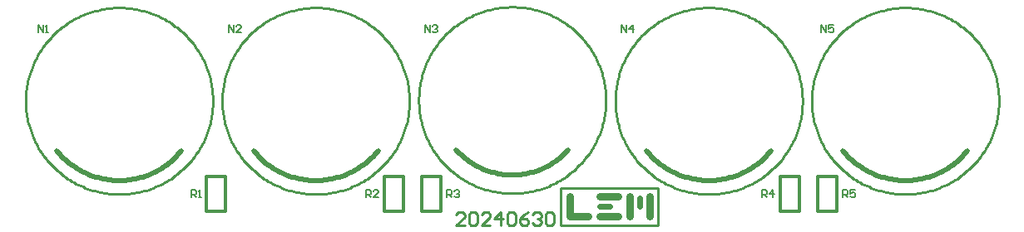
<source format=gto>
G04*
G04 #@! TF.GenerationSoftware,Altium Limited,Altium Designer,20.0.2 (26)*
G04*
G04 Layer_Color=65535*
%FSLAX25Y25*%
%MOIN*%
G70*
G01*
G75*
%ADD10C,0.01000*%
%ADD11C,0.02000*%
%ADD12C,0.03000*%
%ADD13C,0.02250*%
%ADD14C,0.01200*%
%ADD15C,0.00800*%
D10*
X391246Y52500D02*
X391233Y53498D01*
X391193Y54496D01*
X391127Y55492D01*
X391034Y56486D01*
X390914Y57477D01*
X390769Y58465D01*
X390597Y59448D01*
X390399Y60427D01*
X390175Y61400D01*
X389925Y62366D01*
X389650Y63326D01*
X389349Y64278D01*
X389022Y65222D01*
X388671Y66156D01*
X388295Y67081D01*
X387895Y67996D01*
X387470Y68899D01*
X387022Y69791D01*
X386550Y70671D01*
X386054Y71538D01*
X385536Y72391D01*
X384995Y73230D01*
X384433Y74054D01*
X383848Y74864D01*
X383242Y75657D01*
X382615Y76434D01*
X381967Y77194D01*
X381300Y77937D01*
X380613Y78661D01*
X379907Y79367D01*
X379183Y80054D01*
X378440Y80721D01*
X377680Y81369D01*
X376903Y81996D01*
X376110Y82602D01*
X375301Y83186D01*
X374476Y83749D01*
X373637Y84290D01*
X372784Y84808D01*
X371917Y85304D01*
X371037Y85776D01*
X370145Y86224D01*
X369242Y86649D01*
X368327Y87049D01*
X367402Y87425D01*
X366468Y87776D01*
X365524Y88102D01*
X364572Y88403D01*
X363613Y88679D01*
X362646Y88929D01*
X361673Y89153D01*
X360695Y89351D01*
X359711Y89523D01*
X358723Y89668D01*
X357732Y89788D01*
X356738Y89880D01*
X355742Y89947D01*
X354744Y89987D01*
X353746Y90000D01*
X352748Y89987D01*
X351750Y89947D01*
X350754Y89880D01*
X349760Y89788D01*
X348769Y89668D01*
X347781Y89523D01*
X346798Y89351D01*
X345819Y89153D01*
X344846Y88929D01*
X343880Y88679D01*
X342920Y88403D01*
X341968Y88102D01*
X341025Y87776D01*
X340090Y87425D01*
X339165Y87049D01*
X338251Y86649D01*
X337347Y86224D01*
X336455Y85776D01*
X335576Y85304D01*
X334709Y84808D01*
X333855Y84290D01*
X333016Y83749D01*
X332192Y83186D01*
X331382Y82602D01*
X330589Y81996D01*
X329812Y81369D01*
X329052Y80721D01*
X328309Y80054D01*
X327585Y79367D01*
X326879Y78661D01*
X326192Y77937D01*
X325525Y77194D01*
X324877Y76434D01*
X324251Y75657D01*
X323644Y74864D01*
X323060Y74055D01*
X322497Y73230D01*
X321956Y72391D01*
X321438Y71538D01*
X320943Y70671D01*
X320470Y69791D01*
X320022Y68899D01*
X319597Y67996D01*
X319197Y67081D01*
X318821Y66156D01*
X318470Y65222D01*
X318144Y64278D01*
X317843Y63326D01*
X317567Y62366D01*
X317318Y61400D01*
X317093Y60427D01*
X316896Y59448D01*
X316724Y58465D01*
X316578Y57477D01*
X316459Y56486D01*
X316366Y55492D01*
X316299Y54496D01*
X316259Y53498D01*
X316246Y52500D01*
X316259Y51502D01*
X316299Y50504D01*
X316366Y49508D01*
X316459Y48514D01*
X316578Y47523D01*
X316724Y46535D01*
X316896Y45552D01*
X317093Y44573D01*
X317318Y43600D01*
X317567Y42634D01*
X317843Y41674D01*
X318144Y40722D01*
X318470Y39779D01*
X318821Y38844D01*
X319197Y37919D01*
X319597Y37005D01*
X320022Y36101D01*
X320470Y35209D01*
X320942Y34330D01*
X321438Y33463D01*
X321956Y32609D01*
X322497Y31770D01*
X323060Y30946D01*
X323644Y30136D01*
X324250Y29343D01*
X324877Y28566D01*
X325525Y27806D01*
X326192Y27063D01*
X326879Y26339D01*
X327585Y25633D01*
X328309Y24946D01*
X329052Y24279D01*
X329812Y23631D01*
X330589Y23004D01*
X331382Y22398D01*
X332191Y21814D01*
X333016Y21251D01*
X333855Y20710D01*
X334708Y20192D01*
X335575Y19696D01*
X336455Y19224D01*
X337347Y18776D01*
X338250Y18351D01*
X339165Y17951D01*
X340090Y17575D01*
X341024Y17224D01*
X341968Y16898D01*
X342920Y16597D01*
X343880Y16321D01*
X344846Y16071D01*
X345819Y15847D01*
X346798Y15649D01*
X347781Y15477D01*
X348769Y15332D01*
X349760Y15213D01*
X350754Y15120D01*
X351750Y15053D01*
X352748Y15013D01*
X353746Y15000D01*
X354744Y15013D01*
X355742Y15053D01*
X356738Y15120D01*
X357732Y15212D01*
X358723Y15332D01*
X359711Y15477D01*
X360694Y15649D01*
X361673Y15847D01*
X362646Y16071D01*
X363612Y16321D01*
X364572Y16597D01*
X365524Y16897D01*
X366467Y17224D01*
X367402Y17575D01*
X368327Y17951D01*
X369241Y18351D01*
X370145Y18776D01*
X371037Y19224D01*
X371917Y19696D01*
X372783Y20192D01*
X373637Y20710D01*
X374476Y21251D01*
X375301Y21813D01*
X376110Y22398D01*
X376903Y23004D01*
X377680Y23631D01*
X378440Y24278D01*
X379183Y24946D01*
X379907Y25633D01*
X380613Y26339D01*
X381300Y27063D01*
X381967Y27806D01*
X382615Y28566D01*
X383242Y29343D01*
X383848Y30136D01*
X384432Y30945D01*
X384995Y31770D01*
X385536Y32609D01*
X386054Y33462D01*
X386550Y34329D01*
X387022Y35209D01*
X387470Y36101D01*
X387895Y37004D01*
X388295Y37919D01*
X388671Y38844D01*
X389022Y39778D01*
X389349Y40722D01*
X389649Y41674D01*
X389925Y42633D01*
X390175Y43600D01*
X390399Y44573D01*
X390597Y45551D01*
X390769Y46535D01*
X390914Y47523D01*
X391034Y48514D01*
X391127Y49508D01*
X391193Y50504D01*
X391233Y51501D01*
X391246Y52500D01*
X312496Y52500D02*
X312483Y53498D01*
X312443Y54496D01*
X312377Y55492D01*
X312284Y56486D01*
X312164Y57477D01*
X312019Y58465D01*
X311847Y59448D01*
X311649Y60427D01*
X311425Y61400D01*
X311175Y62366D01*
X310899Y63326D01*
X310599Y64278D01*
X310272Y65222D01*
X309921Y66156D01*
X309545Y67081D01*
X309145Y67996D01*
X308720Y68899D01*
X308272Y69791D01*
X307800Y70671D01*
X307304Y71538D01*
X306786Y72391D01*
X306245Y73230D01*
X305682Y74054D01*
X305098Y74864D01*
X304492Y75657D01*
X303865Y76434D01*
X303218Y77194D01*
X302550Y77937D01*
X301863Y78661D01*
X301157Y79367D01*
X300433Y80054D01*
X299690Y80721D01*
X298930Y81369D01*
X298153Y81996D01*
X297360Y82602D01*
X296551Y83186D01*
X295726Y83749D01*
X294887Y84290D01*
X294034Y84808D01*
X293167Y85304D01*
X292287Y85776D01*
X291395Y86224D01*
X290492Y86649D01*
X289577Y87049D01*
X288652Y87425D01*
X287718Y87776D01*
X286774Y88102D01*
X285822Y88403D01*
X284862Y88679D01*
X283896Y88929D01*
X282923Y89153D01*
X281944Y89351D01*
X280961Y89523D01*
X279973Y89668D01*
X278982Y89788D01*
X277988Y89880D01*
X276992Y89947D01*
X275994Y89987D01*
X274996Y90000D01*
X273998Y89987D01*
X273000Y89947D01*
X272004Y89880D01*
X271010Y89788D01*
X270019Y89668D01*
X269031Y89523D01*
X268048Y89351D01*
X267069Y89153D01*
X266096Y88929D01*
X265130Y88679D01*
X264170Y88403D01*
X263218Y88102D01*
X262275Y87776D01*
X261340Y87425D01*
X260415Y87049D01*
X259501Y86649D01*
X258597Y86224D01*
X257705Y85776D01*
X256825Y85304D01*
X255959Y84808D01*
X255105Y84290D01*
X254266Y83749D01*
X253442Y83186D01*
X252632Y82602D01*
X251839Y81996D01*
X251062Y81369D01*
X250302Y80721D01*
X249559Y80054D01*
X248835Y79367D01*
X248129Y78661D01*
X247442Y77937D01*
X246775Y77194D01*
X246127Y76434D01*
X245500Y75657D01*
X244895Y74864D01*
X244310Y74055D01*
X243747Y73230D01*
X243206Y72391D01*
X242688Y71538D01*
X242193Y70671D01*
X241721Y69791D01*
X241272Y68899D01*
X240847Y67996D01*
X240447Y67081D01*
X240071Y66156D01*
X239720Y65222D01*
X239394Y64278D01*
X239093Y63326D01*
X238817Y62366D01*
X238567Y61400D01*
X238344Y60427D01*
X238145Y59448D01*
X237974Y58465D01*
X237828Y57477D01*
X237709Y56486D01*
X237616Y55492D01*
X237549Y54496D01*
X237509Y53498D01*
X237496Y52500D01*
X237509Y51502D01*
X237549Y50504D01*
X237616Y49508D01*
X237709Y48514D01*
X237828Y47523D01*
X237974Y46535D01*
X238145Y45552D01*
X238344Y44573D01*
X238567Y43600D01*
X238817Y42634D01*
X239093Y41674D01*
X239394Y40722D01*
X239720Y39779D01*
X240071Y38844D01*
X240447Y37919D01*
X240847Y37005D01*
X241272Y36101D01*
X241720Y35209D01*
X242193Y34330D01*
X242688Y33463D01*
X243206Y32609D01*
X243747Y31770D01*
X244310Y30946D01*
X244894Y30136D01*
X245500Y29343D01*
X246127Y28566D01*
X246775Y27806D01*
X247442Y27063D01*
X248129Y26339D01*
X248835Y25633D01*
X249559Y24946D01*
X250302Y24279D01*
X251062Y23631D01*
X251839Y23004D01*
X252632Y22398D01*
X253442Y21814D01*
X254266Y21251D01*
X255105Y20710D01*
X255959Y20192D01*
X256825Y19696D01*
X257705Y19224D01*
X258597Y18776D01*
X259501Y18351D01*
X260415Y17951D01*
X261340Y17575D01*
X262275Y17224D01*
X263218Y16898D01*
X264170Y16597D01*
X265130Y16321D01*
X266096Y16071D01*
X267069Y15847D01*
X268048Y15649D01*
X269031Y15477D01*
X270019Y15332D01*
X271010Y15213D01*
X272004Y15120D01*
X273000Y15053D01*
X273998Y15013D01*
X274996Y15000D01*
X275994Y15013D01*
X276992Y15053D01*
X277988Y15120D01*
X278982Y15212D01*
X279973Y15332D01*
X280961Y15477D01*
X281944Y15649D01*
X282923Y15847D01*
X283896Y16071D01*
X284862Y16321D01*
X285822Y16597D01*
X286774Y16897D01*
X287717Y17224D01*
X288652Y17575D01*
X289577Y17951D01*
X290491Y18351D01*
X291395Y18776D01*
X292287Y19224D01*
X293167Y19696D01*
X294033Y20192D01*
X294887Y20710D01*
X295726Y21251D01*
X296550Y21813D01*
X297360Y22398D01*
X298153Y23004D01*
X298930Y23631D01*
X299690Y24278D01*
X300433Y24946D01*
X301157Y25633D01*
X301863Y26339D01*
X302550Y27063D01*
X303217Y27806D01*
X303865Y28566D01*
X304492Y29343D01*
X305098Y30136D01*
X305682Y30945D01*
X306245Y31770D01*
X306786Y32609D01*
X307304Y33462D01*
X307800Y34329D01*
X308272Y35209D01*
X308720Y36101D01*
X309145Y37004D01*
X309545Y37919D01*
X309921Y38844D01*
X310272Y39778D01*
X310598Y40722D01*
X310899Y41674D01*
X311175Y42633D01*
X311425Y43600D01*
X311649Y44573D01*
X311847Y45551D01*
X312019Y46535D01*
X312164Y47523D01*
X312284Y48514D01*
X312377Y49508D01*
X312443Y50504D01*
X312483Y51501D01*
X312496Y52500D01*
X154996Y52500D02*
X154983Y53498D01*
X154943Y54496D01*
X154877Y55492D01*
X154784Y56486D01*
X154664Y57477D01*
X154519Y58465D01*
X154347Y59448D01*
X154149Y60427D01*
X153925Y61400D01*
X153675Y62366D01*
X153400Y63326D01*
X153099Y64278D01*
X152772Y65222D01*
X152421Y66156D01*
X152045Y67081D01*
X151645Y67996D01*
X151220Y68899D01*
X150772Y69791D01*
X150300Y70671D01*
X149804Y71538D01*
X149286Y72391D01*
X148745Y73230D01*
X148182Y74054D01*
X147598Y74864D01*
X146992Y75657D01*
X146365Y76434D01*
X145718Y77194D01*
X145050Y77937D01*
X144363Y78661D01*
X143657Y79367D01*
X142933Y80054D01*
X142190Y80721D01*
X141430Y81369D01*
X140653Y81996D01*
X139860Y82602D01*
X139051Y83186D01*
X138226Y83749D01*
X137387Y84290D01*
X136534Y84808D01*
X135667Y85304D01*
X134787Y85776D01*
X133895Y86224D01*
X132992Y86649D01*
X132077Y87049D01*
X131152Y87425D01*
X130218Y87776D01*
X129274Y88102D01*
X128322Y88403D01*
X127363Y88679D01*
X126396Y88929D01*
X125423Y89153D01*
X124444Y89351D01*
X123461Y89523D01*
X122473Y89668D01*
X121482Y89788D01*
X120488Y89880D01*
X119492Y89947D01*
X118494Y89987D01*
X117496Y90000D01*
X116498Y89987D01*
X115500Y89947D01*
X114504Y89880D01*
X113510Y89788D01*
X112519Y89668D01*
X111531Y89523D01*
X110548Y89351D01*
X109569Y89153D01*
X108596Y88929D01*
X107630Y88679D01*
X106670Y88403D01*
X105718Y88102D01*
X104775Y87776D01*
X103840Y87425D01*
X102915Y87049D01*
X102001Y86649D01*
X101097Y86224D01*
X100205Y85776D01*
X99326Y85304D01*
X98459Y84808D01*
X97605Y84290D01*
X96766Y83749D01*
X95942Y83186D01*
X95132Y82602D01*
X94339Y81996D01*
X93562Y81369D01*
X92802Y80721D01*
X92059Y80054D01*
X91335Y79367D01*
X90629Y78661D01*
X89942Y77937D01*
X89275Y77194D01*
X88627Y76434D01*
X88001Y75657D01*
X87394Y74864D01*
X86810Y74055D01*
X86247Y73230D01*
X85706Y72391D01*
X85188Y71538D01*
X84693Y70671D01*
X84220Y69791D01*
X83772Y68899D01*
X83347Y67996D01*
X82947Y67081D01*
X82571Y66156D01*
X82220Y65222D01*
X81894Y64278D01*
X81593Y63326D01*
X81317Y62366D01*
X81068Y61400D01*
X80844Y60427D01*
X80646Y59448D01*
X80474Y58465D01*
X80328Y57477D01*
X80209Y56486D01*
X80116Y55492D01*
X80049Y54496D01*
X80009Y53498D01*
X79996Y52500D01*
X80009Y51502D01*
X80049Y50504D01*
X80116Y49508D01*
X80209Y48514D01*
X80328Y47523D01*
X80474Y46535D01*
X80646Y45552D01*
X80844Y44573D01*
X81068Y43600D01*
X81317Y42634D01*
X81593Y41674D01*
X81894Y40722D01*
X82220Y39779D01*
X82571Y38844D01*
X82947Y37919D01*
X83347Y37005D01*
X83772Y36101D01*
X84220Y35209D01*
X84693Y34330D01*
X85188Y33463D01*
X85706Y32609D01*
X86247Y31770D01*
X86810Y30946D01*
X87394Y30136D01*
X88000Y29343D01*
X88627Y28566D01*
X89275Y27806D01*
X89942Y27063D01*
X90629Y26339D01*
X91335Y25633D01*
X92059Y24946D01*
X92802Y24279D01*
X93562Y23631D01*
X94339Y23004D01*
X95132Y22398D01*
X95942Y21814D01*
X96766Y21251D01*
X97605Y20710D01*
X98458Y20192D01*
X99325Y19696D01*
X100205Y19224D01*
X101097Y18776D01*
X102000Y18351D01*
X102915Y17951D01*
X103840Y17575D01*
X104774Y17224D01*
X105718Y16898D01*
X106670Y16597D01*
X107630Y16321D01*
X108596Y16071D01*
X109569Y15847D01*
X110548Y15649D01*
X111531Y15477D01*
X112519Y15332D01*
X113510Y15213D01*
X114504Y15120D01*
X115500Y15053D01*
X116498Y15013D01*
X117496Y15000D01*
X118494Y15013D01*
X119492Y15053D01*
X120488Y15120D01*
X121482Y15212D01*
X122473Y15332D01*
X123461Y15477D01*
X124444Y15649D01*
X125423Y15847D01*
X126396Y16071D01*
X127362Y16321D01*
X128322Y16597D01*
X129274Y16897D01*
X130217Y17224D01*
X131152Y17575D01*
X132077Y17951D01*
X132991Y18351D01*
X133895Y18776D01*
X134787Y19224D01*
X135667Y19696D01*
X136533Y20192D01*
X137387Y20710D01*
X138226Y21251D01*
X139050Y21813D01*
X139860Y22398D01*
X140653Y23004D01*
X141430Y23631D01*
X142190Y24278D01*
X142933Y24946D01*
X143657Y25633D01*
X144363Y26339D01*
X145050Y27063D01*
X145717Y27806D01*
X146365Y28566D01*
X146992Y29343D01*
X147598Y30136D01*
X148182Y30945D01*
X148745Y31770D01*
X149286Y32609D01*
X149804Y33462D01*
X150300Y34329D01*
X150772Y35209D01*
X151220Y36101D01*
X151645Y37004D01*
X152045Y37919D01*
X152421Y38844D01*
X152772Y39778D01*
X153098Y40722D01*
X153399Y41674D01*
X153675Y42633D01*
X153925Y43600D01*
X154149Y44573D01*
X154347Y45551D01*
X154519Y46535D01*
X154664Y47523D01*
X154784Y48514D01*
X154877Y49508D01*
X154943Y50504D01*
X154983Y51501D01*
X154996Y52500D01*
X76246Y52500D02*
X76233Y53498D01*
X76193Y54496D01*
X76127Y55492D01*
X76034Y56486D01*
X75914Y57477D01*
X75769Y58465D01*
X75597Y59448D01*
X75399Y60427D01*
X75175Y61400D01*
X74925Y62366D01*
X74650Y63326D01*
X74349Y64278D01*
X74022Y65222D01*
X73671Y66156D01*
X73295Y67081D01*
X72895Y67996D01*
X72470Y68899D01*
X72022Y69791D01*
X71550Y70671D01*
X71054Y71538D01*
X70536Y72391D01*
X69995Y73230D01*
X69432Y74054D01*
X68848Y74864D01*
X68242Y75657D01*
X67615Y76434D01*
X66968Y77194D01*
X66300Y77937D01*
X65613Y78661D01*
X64907Y79367D01*
X64183Y80054D01*
X63440Y80721D01*
X62680Y81369D01*
X61903Y81996D01*
X61110Y82602D01*
X60301Y83186D01*
X59476Y83749D01*
X58637Y84290D01*
X57784Y84808D01*
X56917Y85304D01*
X56037Y85776D01*
X55145Y86224D01*
X54242Y86649D01*
X53327Y87049D01*
X52402Y87425D01*
X51468Y87776D01*
X50524Y88102D01*
X49572Y88403D01*
X48612Y88679D01*
X47646Y88929D01*
X46673Y89153D01*
X45695Y89351D01*
X44711Y89523D01*
X43723Y89668D01*
X42732Y89788D01*
X41738Y89880D01*
X40742Y89947D01*
X39744Y89987D01*
X38746Y90000D01*
X37748Y89987D01*
X36750Y89947D01*
X35754Y89880D01*
X34760Y89788D01*
X33769Y89668D01*
X32781Y89523D01*
X31798Y89351D01*
X30819Y89153D01*
X29846Y88929D01*
X28880Y88679D01*
X27920Y88403D01*
X26968Y88102D01*
X26025Y87776D01*
X25090Y87425D01*
X24165Y87049D01*
X23251Y86649D01*
X22347Y86224D01*
X21455Y85776D01*
X20575Y85304D01*
X19709Y84808D01*
X18855Y84290D01*
X18016Y83749D01*
X17192Y83186D01*
X16382Y82602D01*
X15589Y81996D01*
X14812Y81369D01*
X14052Y80721D01*
X13309Y80054D01*
X12585Y79367D01*
X11879Y78661D01*
X11192Y77937D01*
X10525Y77194D01*
X9877Y76434D01*
X9251Y75657D01*
X8644Y74864D01*
X8060Y74055D01*
X7497Y73230D01*
X6956Y72391D01*
X6438Y71538D01*
X5943Y70671D01*
X5471Y69791D01*
X5022Y68899D01*
X4597Y67996D01*
X4197Y67081D01*
X3821Y66156D01*
X3470Y65222D01*
X3144Y64278D01*
X2843Y63326D01*
X2567Y62366D01*
X2317Y61400D01*
X2094Y60427D01*
X1895Y59448D01*
X1724Y58465D01*
X1578Y57477D01*
X1459Y56486D01*
X1366Y55492D01*
X1299Y54496D01*
X1259Y53498D01*
X1246Y52500D01*
X1259Y51502D01*
X1299Y50504D01*
X1366Y49508D01*
X1459Y48514D01*
X1578Y47523D01*
X1724Y46535D01*
X1895Y45552D01*
X2094Y44573D01*
X2317Y43600D01*
X2567Y42634D01*
X2843Y41674D01*
X3144Y40722D01*
X3470Y39779D01*
X3821Y38844D01*
X4197Y37919D01*
X4597Y37005D01*
X5022Y36101D01*
X5470Y35209D01*
X5943Y34330D01*
X6438Y33463D01*
X6956Y32609D01*
X7497Y31770D01*
X8060Y30946D01*
X8644Y30136D01*
X9250Y29343D01*
X9877Y28566D01*
X10525Y27806D01*
X11192Y27063D01*
X11879Y26339D01*
X12585Y25633D01*
X13309Y24946D01*
X14052Y24279D01*
X14812Y23631D01*
X15589Y23004D01*
X16382Y22398D01*
X17191Y21814D01*
X18016Y21251D01*
X18855Y20710D01*
X19708Y20192D01*
X20575Y19696D01*
X21455Y19224D01*
X22347Y18776D01*
X23250Y18351D01*
X24165Y17951D01*
X25090Y17575D01*
X26024Y17224D01*
X26968Y16898D01*
X27920Y16597D01*
X28880Y16321D01*
X29846Y16071D01*
X30819Y15847D01*
X31798Y15649D01*
X32781Y15477D01*
X33769Y15332D01*
X34760Y15213D01*
X35754Y15120D01*
X36750Y15053D01*
X37748Y15013D01*
X38746Y15000D01*
X39744Y15013D01*
X40742Y15053D01*
X41738Y15120D01*
X42732Y15212D01*
X43723Y15332D01*
X44711Y15477D01*
X45694Y15649D01*
X46673Y15847D01*
X47646Y16071D01*
X48612Y16321D01*
X49572Y16597D01*
X50524Y16897D01*
X51467Y17224D01*
X52402Y17575D01*
X53327Y17951D01*
X54241Y18351D01*
X55145Y18776D01*
X56037Y19224D01*
X56917Y19696D01*
X57783Y20192D01*
X58637Y20710D01*
X59476Y21251D01*
X60300Y21813D01*
X61110Y22398D01*
X61903Y23004D01*
X62680Y23631D01*
X63440Y24278D01*
X64183Y24946D01*
X64907Y25633D01*
X65613Y26339D01*
X66300Y27063D01*
X66967Y27806D01*
X67615Y28566D01*
X68242Y29343D01*
X68848Y30136D01*
X69432Y30945D01*
X69995Y31770D01*
X70536Y32609D01*
X71054Y33462D01*
X71550Y34329D01*
X72022Y35209D01*
X72470Y36101D01*
X72895Y37004D01*
X73295Y37919D01*
X73671Y38844D01*
X74022Y39778D01*
X74348Y40722D01*
X74649Y41674D01*
X74925Y42633D01*
X75175Y43600D01*
X75399Y44573D01*
X75597Y45551D01*
X75769Y46535D01*
X75914Y47523D01*
X76034Y48514D01*
X76127Y49508D01*
X76193Y50504D01*
X76233Y51501D01*
X76246Y52500D01*
X233750Y52812D02*
X233737Y53811D01*
X233697Y54808D01*
X233630Y55805D01*
X233538Y56798D01*
X233418Y57790D01*
X233273Y58777D01*
X233101Y59761D01*
X232903Y60739D01*
X232679Y61712D01*
X232429Y62679D01*
X232153Y63639D01*
X231852Y64590D01*
X231526Y65534D01*
X231175Y66469D01*
X230799Y67393D01*
X230399Y68308D01*
X229974Y69212D01*
X229526Y70104D01*
X229054Y70983D01*
X228558Y71850D01*
X228040Y72703D01*
X227499Y73542D01*
X226936Y74367D01*
X226352Y75176D01*
X225746Y75970D01*
X225119Y76747D01*
X224471Y77507D01*
X223804Y78249D01*
X223117Y78974D01*
X222411Y79680D01*
X221687Y80366D01*
X220944Y81034D01*
X220184Y81681D01*
X219407Y82308D01*
X218614Y82914D01*
X217805Y83499D01*
X216980Y84062D01*
X216141Y84602D01*
X215287Y85121D01*
X214421Y85616D01*
X213541Y86088D01*
X212649Y86537D01*
X211745Y86961D01*
X210831Y87362D01*
X209906Y87738D01*
X208972Y88089D01*
X208028Y88415D01*
X207076Y88716D01*
X206116Y88991D01*
X205150Y89241D01*
X204177Y89465D01*
X203198Y89663D01*
X202215Y89835D01*
X201227Y89981D01*
X200236Y90100D01*
X199242Y90193D01*
X198246Y90259D01*
X197248Y90299D01*
X196250Y90312D01*
X195252Y90299D01*
X194254Y90259D01*
X193258Y90193D01*
X192264Y90100D01*
X191273Y89981D01*
X190285Y89835D01*
X189302Y89663D01*
X188323Y89465D01*
X187350Y89241D01*
X186384Y88991D01*
X185424Y88716D01*
X184472Y88415D01*
X183529Y88089D01*
X182594Y87738D01*
X181669Y87362D01*
X180755Y86961D01*
X179851Y86537D01*
X178959Y86088D01*
X178079Y85616D01*
X177213Y85121D01*
X176359Y84603D01*
X175520Y84062D01*
X174696Y83499D01*
X173886Y82914D01*
X173093Y82308D01*
X172316Y81681D01*
X171556Y81034D01*
X170813Y80367D01*
X170089Y79680D01*
X169383Y78974D01*
X168696Y78249D01*
X168029Y77507D01*
X167381Y76747D01*
X166754Y75970D01*
X166148Y75176D01*
X165564Y74367D01*
X165001Y73543D01*
X164460Y72703D01*
X163942Y71850D01*
X163446Y70983D01*
X162974Y70104D01*
X162526Y69212D01*
X162101Y68308D01*
X161701Y67393D01*
X161325Y66469D01*
X160974Y65534D01*
X160648Y64591D01*
X160347Y63639D01*
X160071Y62679D01*
X159821Y61712D01*
X159597Y60739D01*
X159399Y59761D01*
X159227Y58777D01*
X159082Y57790D01*
X158963Y56799D01*
X158870Y55805D01*
X158803Y54808D01*
X158763Y53811D01*
X158750Y52813D01*
X158763Y51814D01*
X158803Y50817D01*
X158870Y49821D01*
X158962Y48827D01*
X159082Y47835D01*
X159227Y46848D01*
X159399Y45864D01*
X159597Y44886D01*
X159821Y43913D01*
X160071Y42946D01*
X160347Y41987D01*
X160648Y41035D01*
X160974Y40091D01*
X161325Y39157D01*
X161701Y38232D01*
X162101Y37317D01*
X162526Y36414D01*
X162974Y35522D01*
X163446Y34642D01*
X163942Y33775D01*
X164460Y32922D01*
X165001Y32083D01*
X165564Y31258D01*
X166148Y30449D01*
X166754Y29656D01*
X167381Y28879D01*
X168028Y28118D01*
X168696Y27376D01*
X169383Y26651D01*
X170089Y25945D01*
X170813Y25259D01*
X171556Y24591D01*
X172316Y23944D01*
X173093Y23317D01*
X173886Y22711D01*
X174695Y22126D01*
X175520Y21563D01*
X176359Y21023D01*
X177212Y20504D01*
X178079Y20009D01*
X178959Y19537D01*
X179851Y19088D01*
X180754Y18664D01*
X181669Y18263D01*
X182594Y17887D01*
X183528Y17536D01*
X184472Y17210D01*
X185424Y16909D01*
X186383Y16634D01*
X187350Y16384D01*
X188323Y16160D01*
X189302Y15962D01*
X190285Y15790D01*
X191273Y15644D01*
X192264Y15525D01*
X193258Y15432D01*
X194254Y15366D01*
X195252Y15326D01*
X196250Y15313D01*
X197248Y15326D01*
X198246Y15366D01*
X199242Y15432D01*
X200236Y15525D01*
X201227Y15644D01*
X202215Y15790D01*
X203198Y15962D01*
X204177Y16160D01*
X205150Y16384D01*
X206116Y16634D01*
X207076Y16909D01*
X208028Y17210D01*
X208971Y17536D01*
X209906Y17887D01*
X210831Y18263D01*
X211745Y18664D01*
X212649Y19088D01*
X213541Y19537D01*
X214420Y20009D01*
X215287Y20504D01*
X216141Y21022D01*
X216980Y21563D01*
X217804Y22126D01*
X218614Y22711D01*
X219407Y23317D01*
X220184Y23944D01*
X220944Y24591D01*
X221687Y25258D01*
X222411Y25945D01*
X223117Y26651D01*
X223804Y27376D01*
X224471Y28118D01*
X225119Y28878D01*
X225746Y29655D01*
X226351Y30448D01*
X226936Y31258D01*
X227499Y32082D01*
X228040Y32921D01*
X228558Y33775D01*
X229053Y34642D01*
X229526Y35521D01*
X229974Y36413D01*
X230399Y37317D01*
X230799Y38231D01*
X231175Y39156D01*
X231526Y40091D01*
X231852Y41034D01*
X232153Y41986D01*
X232429Y42946D01*
X232679Y43913D01*
X232903Y44885D01*
X233101Y45864D01*
X233273Y46847D01*
X233418Y47835D01*
X233538Y48826D01*
X233630Y49820D01*
X233697Y50816D01*
X233737Y51814D01*
X233750Y52812D01*
X254750Y2500D02*
Y17500D01*
X215750Y2500D02*
X254750D01*
X215750D02*
Y17500D01*
X254750D01*
X177161Y2500D02*
X173750D01*
X177161Y5911D01*
Y6764D01*
X176308Y7616D01*
X174603D01*
X173750Y6764D01*
X178867D02*
X179719Y7616D01*
X181425D01*
X182277Y6764D01*
Y3353D01*
X181425Y2500D01*
X179719D01*
X178867Y3353D01*
Y6764D01*
X187394Y2500D02*
X183983D01*
X187394Y5911D01*
Y6764D01*
X186541Y7616D01*
X184836D01*
X183983Y6764D01*
X191658Y2500D02*
Y7616D01*
X189099Y5058D01*
X192510D01*
X194216Y6764D02*
X195069Y7616D01*
X196774D01*
X197627Y6764D01*
Y3353D01*
X196774Y2500D01*
X195069D01*
X194216Y3353D01*
Y6764D01*
X202743Y7616D02*
X201038Y6764D01*
X199332Y5058D01*
Y3353D01*
X200185Y2500D01*
X201890D01*
X202743Y3353D01*
Y4205D01*
X201890Y5058D01*
X199332D01*
X204449Y6764D02*
X205301Y7616D01*
X207007D01*
X207860Y6764D01*
Y5911D01*
X207007Y5058D01*
X206154D01*
X207007D01*
X207860Y4205D01*
Y3353D01*
X207007Y2500D01*
X205301D01*
X204449Y3353D01*
X209565Y6764D02*
X210418Y7616D01*
X212123D01*
X212976Y6764D01*
Y3353D01*
X212123Y2500D01*
X210418D01*
X209565Y3353D01*
Y6764D01*
D11*
X328746Y32500D02*
X329387Y31724D01*
X330052Y30968D01*
X330741Y30234D01*
X331452Y29522D01*
X332186Y28833D01*
X332940Y28167D01*
X333716Y27525D01*
X334510Y26907D01*
X335325Y26315D01*
X336157Y25749D01*
X337006Y25209D01*
X337873Y24697D01*
X338754Y24211D01*
X339651Y23754D01*
X340562Y23325D01*
X341485Y22925D01*
X342421Y22554D01*
X343368Y22213D01*
X344325Y21902D01*
X345292Y21621D01*
X346267Y21370D01*
X347249Y21151D01*
X348237Y20962D01*
X349232Y20804D01*
X350230Y20678D01*
X351232Y20583D01*
X352237Y20520D01*
X353243Y20488D01*
X354249D01*
X355255Y20520D01*
X356260Y20583D01*
X357262Y20678D01*
X358261Y20804D01*
X359255Y20962D01*
X360243Y21151D01*
X361226Y21370D01*
X362201Y21621D01*
X363167Y21902D01*
X364124Y22213D01*
X365071Y22554D01*
X366007Y22925D01*
X366931Y23325D01*
X367841Y23754D01*
X368738Y24211D01*
X369620Y24697D01*
X370486Y25209D01*
X371335Y25749D01*
X372168Y26315D01*
X372982Y26907D01*
X373777Y27525D01*
X374552Y28166D01*
X375307Y28833D01*
X376040Y29522D01*
X376751Y30234D01*
X377440Y30968D01*
X378105Y31724D01*
X378746Y32500D01*
X249996Y32500D02*
X250637Y31724D01*
X251302Y30968D01*
X251991Y30234D01*
X252702Y29522D01*
X253436Y28833D01*
X254190Y28167D01*
X254965Y27525D01*
X255761Y26907D01*
X256575Y26315D01*
X257407Y25749D01*
X258256Y25209D01*
X259122Y24697D01*
X260004Y24211D01*
X260901Y23754D01*
X261812Y23325D01*
X262735Y22925D01*
X263671Y22554D01*
X264618Y22213D01*
X265575Y21902D01*
X266542Y21621D01*
X267517Y21370D01*
X268499Y21151D01*
X269488Y20962D01*
X270482Y20804D01*
X271480Y20678D01*
X272482Y20583D01*
X273487Y20520D01*
X274493Y20488D01*
X275499D01*
X276505Y20520D01*
X277510Y20583D01*
X278512Y20678D01*
X279511Y20804D01*
X280505Y20962D01*
X281493Y21151D01*
X282476Y21370D01*
X283451Y21621D01*
X284417Y21902D01*
X285374Y22213D01*
X286321Y22554D01*
X287257Y22925D01*
X288181Y23325D01*
X289091Y23754D01*
X289988Y24211D01*
X290870Y24697D01*
X291736Y25209D01*
X292585Y25749D01*
X293418Y26315D01*
X294232Y26907D01*
X295027Y27525D01*
X295802Y28166D01*
X296557Y28833D01*
X297290Y29522D01*
X298001Y30234D01*
X298690Y30968D01*
X299355Y31724D01*
X299996Y32500D01*
X92496Y32500D02*
X93137Y31724D01*
X93802Y30968D01*
X94491Y30234D01*
X95202Y29522D01*
X95936Y28833D01*
X96690Y28167D01*
X97465Y27525D01*
X98260Y26907D01*
X99075Y26315D01*
X99907Y25749D01*
X100756Y25209D01*
X101622Y24697D01*
X102504Y24211D01*
X103401Y23754D01*
X104312Y23325D01*
X105235Y22925D01*
X106171Y22554D01*
X107118Y22213D01*
X108075Y21902D01*
X109042Y21621D01*
X110017Y21370D01*
X110999Y21151D01*
X111987Y20962D01*
X112982Y20804D01*
X113980Y20678D01*
X114982Y20583D01*
X115987Y20520D01*
X116993Y20488D01*
X117999D01*
X119005Y20520D01*
X120010Y20583D01*
X121012Y20678D01*
X122011Y20804D01*
X123005Y20962D01*
X123993Y21151D01*
X124976Y21370D01*
X125951Y21621D01*
X126917Y21902D01*
X127874Y22213D01*
X128821Y22554D01*
X129757Y22925D01*
X130681Y23325D01*
X131591Y23754D01*
X132488Y24211D01*
X133370Y24697D01*
X134236Y25209D01*
X135085Y25749D01*
X135918Y26315D01*
X136732Y26907D01*
X137527Y27525D01*
X138302Y28166D01*
X139057Y28833D01*
X139790Y29522D01*
X140501Y30234D01*
X141190Y30968D01*
X141855Y31724D01*
X142496Y32500D01*
X13746Y32500D02*
X14387Y31724D01*
X15052Y30968D01*
X15741Y30234D01*
X16452Y29522D01*
X17186Y28833D01*
X17940Y28167D01*
X18715Y27525D01*
X19511Y26907D01*
X20324Y26315D01*
X21157Y25749D01*
X22006Y25209D01*
X22873Y24697D01*
X23754Y24211D01*
X24651Y23754D01*
X25562Y23325D01*
X26485Y22925D01*
X27421Y22554D01*
X28368Y22213D01*
X29325Y21902D01*
X30292Y21621D01*
X31267Y21370D01*
X32249Y21151D01*
X33237Y20962D01*
X34232Y20804D01*
X35230Y20678D01*
X36232Y20583D01*
X37237Y20520D01*
X38243Y20488D01*
X39249D01*
X40255Y20520D01*
X41260Y20583D01*
X42262Y20678D01*
X43261Y20804D01*
X44255Y20962D01*
X45243Y21151D01*
X46226Y21370D01*
X47201Y21621D01*
X48167Y21902D01*
X49124Y22213D01*
X50071Y22554D01*
X51007Y22925D01*
X51931Y23325D01*
X52841Y23754D01*
X53738Y24211D01*
X54620Y24697D01*
X55486Y25209D01*
X56336Y25749D01*
X57168Y26315D01*
X57982Y26907D01*
X58777Y27525D01*
X59552Y28166D01*
X60307Y28833D01*
X61040Y29522D01*
X61751Y30234D01*
X62440Y30968D01*
X63105Y31724D01*
X63746Y32500D01*
X173750Y32812D02*
X174424Y32079D01*
X175123Y31367D01*
X175844Y30680D01*
X176588Y30017D01*
X177353Y29379D01*
X178139Y28766D01*
X178945Y28180D01*
X179770Y27620D01*
X180612Y27089D01*
X181472Y26585D01*
X182349Y26110D01*
X183240Y25665D01*
X184146Y25249D01*
X185064Y24864D01*
X185996Y24509D01*
X186938Y24185D01*
X187891Y23892D01*
X188852Y23632D01*
X189822Y23403D01*
X190799Y23206D01*
X191782Y23042D01*
X192770Y22910D01*
X193762Y22812D01*
X194756Y22746D01*
X195752Y22713D01*
X196748D01*
X197744Y22746D01*
X198739Y22812D01*
X199730Y22910D01*
X200718Y23042D01*
X201701Y23206D01*
X202678Y23403D01*
X203648Y23632D01*
X204609Y23892D01*
X205562Y24185D01*
X206504Y24509D01*
X207436Y24864D01*
X208354Y25249D01*
X209260Y25665D01*
X210152Y26111D01*
X211028Y26585D01*
X211888Y27089D01*
X212731Y27620D01*
X213555Y28180D01*
X214361Y28766D01*
X215147Y29379D01*
X215912Y30017D01*
X216656Y30680D01*
X217377Y31367D01*
X218075Y32078D01*
X218750Y32812D01*
D12*
X251250Y6000D02*
Y14000D01*
X243250Y6000D02*
Y14000D01*
X231250Y6000D02*
X238750D01*
X231250Y14000D02*
X238750D01*
X219250Y6000D02*
X226750D01*
X219250D02*
Y14000D01*
D13*
X247250Y10000D02*
Y13500D01*
X231250Y10000D02*
X235250D01*
D14*
X318750Y8000D02*
Y22000D01*
Y8000D02*
X326250D01*
Y22000D01*
X318750D02*
X326250D01*
X73750Y8000D02*
Y22000D01*
Y8000D02*
X81250D01*
Y22000D01*
X73750D02*
X81250D01*
X303750D02*
X311250D01*
Y8000D02*
Y22000D01*
X303750Y8000D02*
X311250D01*
X303750D02*
Y22000D01*
X160000D02*
X167500D01*
Y8000D02*
Y22000D01*
X160000Y8000D02*
X167500D01*
X160000D02*
Y22000D01*
X145000Y8000D02*
Y22000D01*
Y8000D02*
X152500D01*
Y22000D01*
X145000D02*
X152500D01*
D15*
X320000Y80000D02*
Y82999D01*
X321999Y80000D01*
Y82999D01*
X324998D02*
X322999D01*
Y81499D01*
X323999Y81999D01*
X324499D01*
X324998Y81499D01*
Y80500D01*
X324499Y80000D01*
X323499D01*
X322999Y80500D01*
X240000Y80000D02*
Y82999D01*
X241999Y80000D01*
Y82999D01*
X244498Y80000D02*
Y82999D01*
X242999Y81499D01*
X244998D01*
X161250Y80000D02*
Y82999D01*
X163249Y80000D01*
Y82999D01*
X164249Y82499D02*
X164749Y82999D01*
X165749D01*
X166248Y82499D01*
Y81999D01*
X165749Y81499D01*
X165249D01*
X165749D01*
X166248Y81000D01*
Y80500D01*
X165749Y80000D01*
X164749D01*
X164249Y80500D01*
X82500Y80000D02*
Y82999D01*
X84499Y80000D01*
Y82999D01*
X87498Y80000D02*
X85499D01*
X87498Y81999D01*
Y82499D01*
X86999Y82999D01*
X85999D01*
X85499Y82499D01*
X6250Y80000D02*
Y82999D01*
X8249Y80000D01*
Y82999D01*
X9249Y80000D02*
X10249D01*
X9749D01*
Y82999D01*
X9249Y82499D01*
X67500Y13750D02*
Y16749D01*
X68999D01*
X69499Y16249D01*
Y15249D01*
X68999Y14750D01*
X67500D01*
X68500D02*
X69499Y13750D01*
X70499D02*
X71499D01*
X70999D01*
Y16749D01*
X70499Y16249D01*
X137500Y13750D02*
Y16749D01*
X138999D01*
X139499Y16249D01*
Y15249D01*
X138999Y14750D01*
X137500D01*
X138500D02*
X139499Y13750D01*
X142498D02*
X140499D01*
X142498Y15749D01*
Y16249D01*
X141999Y16749D01*
X140999D01*
X140499Y16249D01*
X170000Y13750D02*
Y16749D01*
X171500D01*
X171999Y16249D01*
Y15249D01*
X171500Y14750D01*
X170000D01*
X171000D02*
X171999Y13750D01*
X172999Y16249D02*
X173499Y16749D01*
X174499D01*
X174998Y16249D01*
Y15749D01*
X174499Y15249D01*
X173999D01*
X174499D01*
X174998Y14750D01*
Y14250D01*
X174499Y13750D01*
X173499D01*
X172999Y14250D01*
X296250Y13750D02*
Y16749D01*
X297749D01*
X298249Y16249D01*
Y15249D01*
X297749Y14750D01*
X296250D01*
X297250D02*
X298249Y13750D01*
X300748D02*
Y16749D01*
X299249Y15249D01*
X301248D01*
X328750Y13750D02*
Y16749D01*
X330250D01*
X330749Y16249D01*
Y15249D01*
X330250Y14750D01*
X328750D01*
X329750D02*
X330749Y13750D01*
X333748Y16749D02*
X331749D01*
Y15249D01*
X332749Y15749D01*
X333248D01*
X333748Y15249D01*
Y14250D01*
X333248Y13750D01*
X332249D01*
X331749Y14250D01*
M02*

</source>
